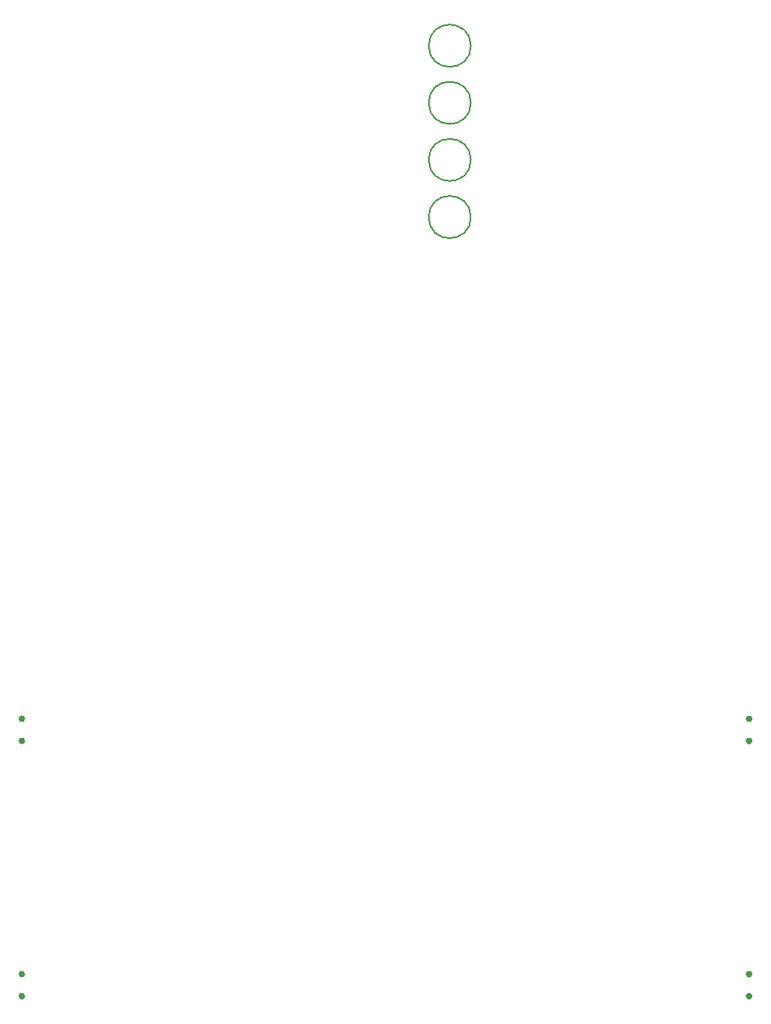
<source format=gbr>
%TF.GenerationSoftware,KiCad,Pcbnew,7.0.5*%
%TF.CreationDate,2023-10-22T09:55:20+02:00*%
%TF.ProjectId,USB E-Ink thing,55534220-452d-4496-9e6b-207468696e67,rev?*%
%TF.SameCoordinates,Original*%
%TF.FileFunction,Other,Comment*%
%FSLAX46Y46*%
G04 Gerber Fmt 4.6, Leading zero omitted, Abs format (unit mm)*
G04 Created by KiCad (PCBNEW 7.0.5) date 2023-10-22 09:55:20*
%MOMM*%
%LPD*%
G01*
G04 APERTURE LIST*
%ADD10C,0.350000*%
%ADD11C,0.150000*%
G04 APERTURE END LIST*
D10*
%TO.C,SW3*%
X177580000Y-103900000D02*
G75*
G03*
X177580000Y-103900000I-180000J0D01*
G01*
X177580000Y-106200000D02*
G75*
G03*
X177580000Y-106200000I-180000J0D01*
G01*
D11*
%TO.C,H3*%
X148402500Y-45680000D02*
G75*
G03*
X148402500Y-45680000I-2200000J0D01*
G01*
D10*
%TO.C,SW4*%
X177580000Y-130500000D02*
G75*
G03*
X177580000Y-130500000I-180000J0D01*
G01*
X177580000Y-132800000D02*
G75*
G03*
X177580000Y-132800000I-180000J0D01*
G01*
D11*
%TO.C,H4*%
X148402500Y-51630000D02*
G75*
G03*
X148402500Y-51630000I-2200000J0D01*
G01*
D10*
%TO.C,SW1*%
X101780000Y-106200000D02*
G75*
G03*
X101780000Y-106200000I-180000J0D01*
G01*
X101780000Y-103900000D02*
G75*
G03*
X101780000Y-103900000I-180000J0D01*
G01*
%TO.C,SW2*%
X101780000Y-132800000D02*
G75*
G03*
X101780000Y-132800000I-180000J0D01*
G01*
X101780000Y-130500000D02*
G75*
G03*
X101780000Y-130500000I-180000J0D01*
G01*
D11*
%TO.C,H2*%
X148402500Y-39730000D02*
G75*
G03*
X148402500Y-39730000I-2200000J0D01*
G01*
%TO.C,H1*%
X148402500Y-33780000D02*
G75*
G03*
X148402500Y-33780000I-2200000J0D01*
G01*
%TD*%
M02*

</source>
